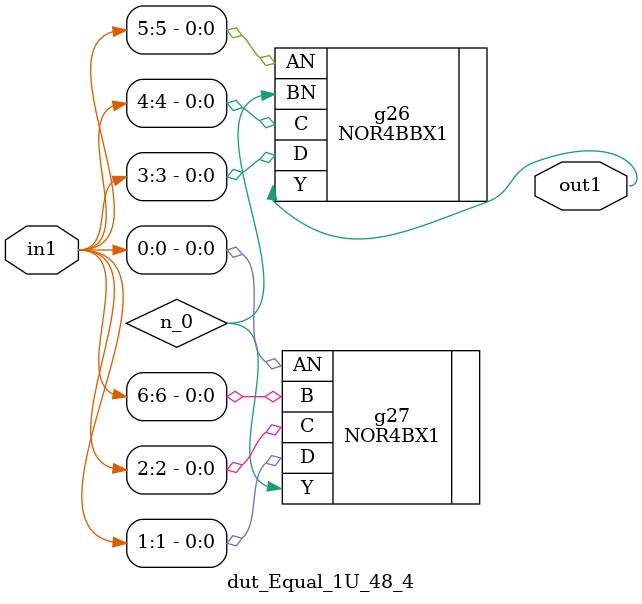
<source format=v>
`timescale 1ps / 1ps


module dut_Equal_1U_48_4(in1, out1);
  input [6:0] in1;
  output out1;
  wire [6:0] in1;
  wire out1;
  wire n_0;
  NOR4BBX1 g26(.AN (in1[5]), .BN (n_0), .C (in1[4]), .D (in1[3]), .Y
       (out1));
  NOR4BX1 g27(.AN (in1[0]), .B (in1[6]), .C (in1[2]), .D (in1[1]), .Y
       (n_0));
endmodule



</source>
